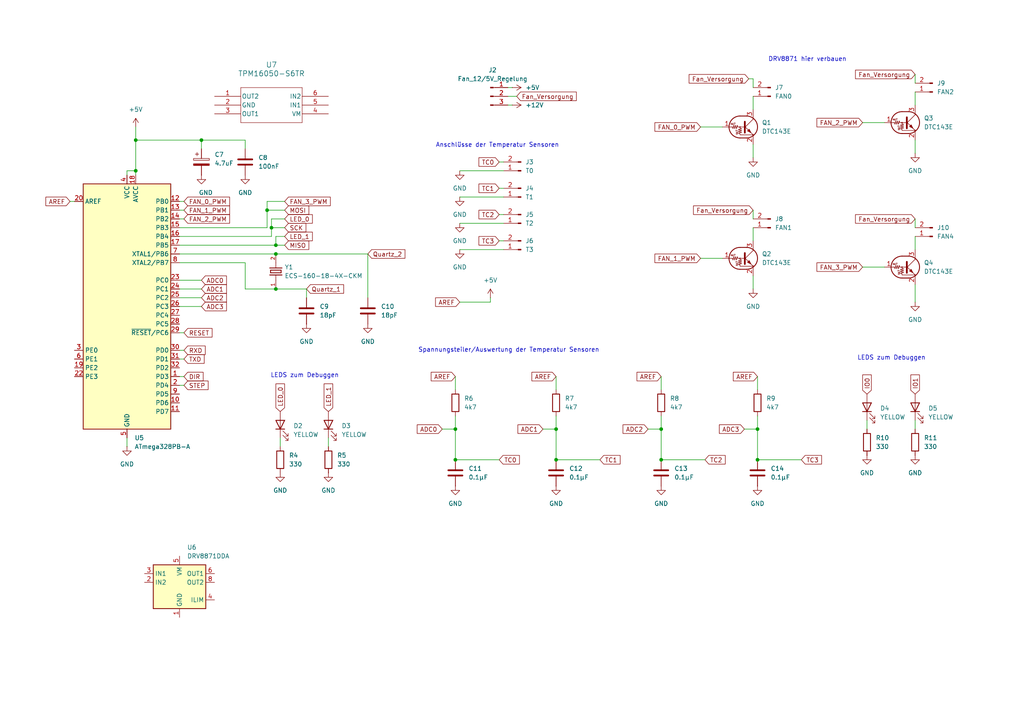
<source format=kicad_sch>
(kicad_sch (version 20231120) (generator "eeschema") (generator_version "8.0")
  (paper "A4")
  (lib_symbols
    (symbol "Connector:Conn_01x02_Male" (pin_names (offset 1.016) hide)
      (property "Reference" "J" (at 0 2.54 0))
      (property "Value" "Conn_01x02_Male" (at 0 -5.08 0))
      (symbol "Conn_01x02_Male_1_1"
        (polyline (pts (xy 1.27 -2.54) (xy 0.8636 -2.54)) (stroke (width 0.1524)))
        (polyline (pts (xy 1.27 0) (xy 0.8636 0)) (stroke (width 0.1524)))
        (rectangle (start 0.8636 -2.413) (end 0 -2.667) (stroke (width 0.1524)) (fill (type outline)))
        (rectangle (start 0.8636 0.127) (end 0 -0.127) (stroke (width 0.1524)) (fill (type outline)))
        (pin passive line (at 5.08 0 180) (length 3.81) (name "Pin_1") (number "1"))
        (pin passive line (at 5.08 -2.54 180) (length 3.81) (name "Pin_2") (number "2"))
      )
    )
    (symbol "Connector:Conn_01x03_Pin" (pin_names (offset 1.016) hide)
      (property "Reference" "J" (at 0 5.08 0))
      (property "Value" "Conn_01x03_Pin" (at 0 -5.08 0))
      (symbol "Conn_01x03_Pin_1_1"
        (polyline (pts (xy 1.27 -2.54) (xy 0.8636 -2.54)) (stroke (width 0.1524)))
        (polyline (pts (xy 1.27 0) (xy 0.8636 0)) (stroke (width 0.1524)))
        (polyline (pts (xy 1.27 2.54) (xy 0.8636 2.54)) (stroke (width 0.1524)))
        (rectangle (start 0.8636 -2.413) (end 0 -2.667) (stroke (width 0.1524)) (fill (type outline)))
        (rectangle (start 0.8636 0.127) (end 0 -0.127) (stroke (width 0.1524)) (fill (type outline)))
        (rectangle (start 0.8636 2.667) (end 0 2.413) (stroke (width 0.1524)) (fill (type outline)))
        (pin passive line (at 5.08 2.54 180) (length 3.81) (name "Pin_1") (number "1"))
        (pin passive line (at 5.08 0 180) (length 3.81) (name "Pin_2") (number "2"))
        (pin passive line (at 5.08 -2.54 180) (length 3.81) (name "Pin_3") (number "3"))
      )
    )
    (symbol "Device:C" (pin_numbers hide) (pin_names (offset 0.254))
      (property "Reference" "C" (at 0.635 2.54 0))
      (property "Value" "C" (at 0.635 -2.54 0))
      (symbol "C_0_1"
        (polyline (pts (xy -2.032 -0.762) (xy 2.032 -0.762)) (stroke (width 0.508)))
        (polyline (pts (xy -2.032 0.762) (xy 2.032 0.762)) (stroke (width 0.508)))
      )
      (symbol "C_1_1"
        (pin passive line (at 0 3.81 270) (length 2.794) (name "~") (number "1"))
        (pin passive line (at 0 -3.81 90) (length 2.794) (name "~") (number "2"))
      )
    )
    (symbol "Device:C_Polarized" (pin_numbers hide) (pin_names (offset 0.254))
      (property "Reference" "C" (at 0.635 2.54 0))
      (property "Value" "C_Polarized" (at 0.635 -2.54 0))
      (symbol "C_Polarized_0_1"
        (rectangle (start -2.286 0.508) (end 2.286 1.016))
        (polyline (pts (xy -1.778 2.286) (xy -0.762 2.286)))
        (polyline (pts (xy -1.27 2.794) (xy -1.27 1.778)))
        (rectangle (start 2.286 -0.508) (end -2.286 -1.016) (fill (type outline)))
      )
      (symbol "C_Polarized_1_1"
        (pin passive line (at 0 3.81 270) (length 2.794) (name "~") (number "1"))
        (pin passive line (at 0 -3.81 90) (length 2.794) (name "~") (number "2"))
      )
    )
    (symbol "Device:LED" (pin_numbers hide) (pin_names (offset 1.016) hide)
      (property "Reference" "D" (at 0 2.54 0))
      (property "Value" "LED" (at 0 -2.54 0))
      (symbol "LED_0_1"
        (polyline (pts (xy -1.27 -1.27) (xy -1.27 1.27)) (stroke (width 0.254)))
        (polyline (pts (xy -1.27 0) (xy 1.27 0)))
        (polyline (pts (xy 1.27 -1.27) (xy 1.27 1.27) (xy -1.27 0) (xy 1.27 -1.27)) (stroke (width 0.254)))
        (polyline (pts (xy -3.048 -0.762) (xy -4.572 -2.286) (xy -3.81 -2.286) (xy -4.572 -2.286) (xy -4.572 -1.524)))
        (polyline (pts (xy -1.778 -0.762) (xy -3.302 -2.286) (xy -2.54 -2.286) (xy -3.302 -2.286) (xy -3.302 -1.524)))
      )
      (symbol "LED_1_1"
        (pin passive line (at -3.81 0 0) (length 2.54) (name "K") (number "1"))
        (pin passive line (at 3.81 0 180) (length 2.54) (name "A") (number "2"))
      )
    )
    (symbol "Device:R" (pin_numbers hide) (pin_names (offset 0))
      (property "Reference" "R" (at 2.032 0 90))
      (property "Value" "R" (at 0 0 90))
      (symbol "R_0_1"
        (rectangle (start -1.016 -2.54) (end 1.016 2.54) (stroke (width 0.254)))
      )
      (symbol "R_1_1"
        (pin passive line (at 0 3.81 270) (length 1.27) (name "~") (number "1"))
        (pin passive line (at 0 -3.81 90) (length 1.27) (name "~") (number "2"))
      )
    )
    (symbol "Driver_Motor:DRV8871DDA"
      (property "Reference" "U" (at -6.35 6.35 0))
      (property "Value" "DRV8871DDA" (at 8.89 6.35 0))
      (symbol "DRV8871DDA_0_1"
        (rectangle (start -7.62 5.08) (end 7.62 -7.62) (stroke (width 0.254)) (fill (type background)))
      )
      (symbol "DRV8871DDA_1_1"
        (pin power_in line (at 0 -10.16 90) (length 2.54) (name "GND") (number "1"))
        (pin input line (at -10.16 0 0) (length 2.54) (name "IN2") (number "2"))
        (pin input line (at -10.16 2.54 0) (length 2.54) (name "IN1") (number "3"))
        (pin passive line (at 10.16 -5.08 180) (length 2.54) (name "ILIM") (number "4"))
        (pin power_in line (at 0 7.62 270) (length 2.54) (name "VM") (number "5"))
        (pin output line (at 10.16 2.54 180) (length 2.54) (name "OUT1") (number "6"))
        (pin passive line (at 0 -10.16 90) (length 2.54) hide (name "GND") (number "7"))
        (pin output line (at 10.16 0 180) (length 2.54) (name "OUT2") (number "8"))
        (pin passive line (at 0 -10.16 90) (length 2.54) hide (name "GND") (number "9"))
      )
    )
    (symbol "Imported_Component_Symbols:TPM16050-S6TR" (pin_names (offset 0.254))
      (property "Reference" "U" (at 0 7.366 0))
      (property "Value" "TPM16050-S6TR" (at 0 4.826 0))
      (symbol "TPM16050-S6TR_0_1"
        (polyline (pts (xy -8.89 -7.62) (xy 8.89 -7.62)) (stroke (width 0.127)))
        (polyline (pts (xy -8.89 2.54) (xy -8.89 -7.62)) (stroke (width 0.127)))
        (polyline (pts (xy 8.89 -7.62) (xy 8.89 2.54)) (stroke (width 0.127)))
        (polyline (pts (xy 8.89 2.54) (xy -8.89 2.54)) (stroke (width 0.127)))
        (pin output line (at -16.51 0 0) (length 7.62) (name "OUT2") (number "1"))
        (pin power_out line (at -16.51 -2.54 0) (length 7.62) (name "GND") (number "2"))
        (pin output line (at -16.51 -5.08 0) (length 7.62) (name "OUT1") (number "3"))
        (pin power_in line (at 16.51 -5.08 180) (length 7.62) (name "VM") (number "4"))
        (pin input line (at 16.51 -2.54 180) (length 7.62) (name "IN1") (number "5"))
        (pin input line (at 16.51 0 180) (length 7.62) (name "IN2") (number "6"))
      )
    )
    (symbol "MCU_Microchip_ATmega:ATmega328PB-A"
      (property "Reference" "U" (at -12.7 36.83 0))
      (property "Value" "ATmega328PB-A" (at 2.54 -36.83 0))
      (symbol "ATmega328PB-A_0_1"
        (rectangle (start -12.7 -35.56) (end 12.7 35.56) (stroke (width 0.254)) (fill (type background)))
      )
      (symbol "ATmega328PB-A_1_1"
        (pin bidirectional line (at 15.24 -20.32 180) (length 2.54) (name "PD3") (number "1"))
        (pin bidirectional line (at 15.24 -27.94 180) (length 2.54) (name "PD6") (number "10"))
        (pin bidirectional line (at 15.24 -30.48 180) (length 2.54) (name "PD7") (number "11"))
        (pin bidirectional line (at 15.24 30.48 180) (length 2.54) (name "PB0") (number "12"))
        (pin bidirectional line (at 15.24 27.94 180) (length 2.54) (name "PB1") (number "13"))
        (pin bidirectional line (at 15.24 25.4 180) (length 2.54) (name "PB2") (number "14"))
        (pin bidirectional line (at 15.24 22.86 180) (length 2.54) (name "PB3") (number "15"))
        (pin bidirectional line (at 15.24 20.32 180) (length 2.54) (name "PB4") (number "16"))
        (pin bidirectional line (at 15.24 17.78 180) (length 2.54) (name "PB5") (number "17"))
        (pin power_in line (at 2.54 38.1 270) (length 2.54) (name "AVCC") (number "18"))
        (pin bidirectional line (at -15.24 -17.78 0) (length 2.54) (name "PE2") (number "19"))
        (pin bidirectional line (at 15.24 -22.86 180) (length 2.54) (name "PD4") (number "2"))
        (pin passive line (at -15.24 30.48 0) (length 2.54) (name "AREF") (number "20"))
        (pin passive line (at 0 -38.1 90) (length 2.54) hide (name "GND") (number "21"))
        (pin bidirectional line (at -15.24 -20.32 0) (length 2.54) (name "PE3") (number "22"))
        (pin bidirectional line (at 15.24 7.62 180) (length 2.54) (name "PC0") (number "23"))
        (pin bidirectional line (at 15.24 5.08 180) (length 2.54) (name "PC1") (number "24"))
        (pin bidirectional line (at 15.24 2.54 180) (length 2.54) (name "PC2") (number "25"))
        (pin bidirectional line (at 15.24 0 180) (length 2.54) (name "PC3") (number "26"))
        (pin bidirectional line (at 15.24 -2.54 180) (length 2.54) (name "PC4") (number "27"))
        (pin bidirectional line (at 15.24 -5.08 180) (length 2.54) (name "PC5") (number "28"))
        (pin bidirectional line (at 15.24 -7.62 180) (length 2.54) (name "~{RESET}/PC6") (number "29"))
        (pin bidirectional line (at -15.24 -12.7 0) (length 2.54) (name "PE0") (number "3"))
        (pin bidirectional line (at 15.24 -12.7 180) (length 2.54) (name "PD0") (number "30"))
        (pin bidirectional line (at 15.24 -15.24 180) (length 2.54) (name "PD1") (number "31"))
        (pin bidirectional line (at 15.24 -17.78 180) (length 2.54) (name "PD2") (number "32"))
        (pin power_in line (at 0 38.1 270) (length 2.54) (name "VCC") (number "4"))
        (pin power_in line (at 0 -38.1 90) (length 2.54) (name "GND") (number "5"))
        (pin bidirectional line (at -15.24 -15.24 0) (length 2.54) (name "PE1") (number "6"))
        (pin bidirectional line (at 15.24 15.24 180) (length 2.54) (name "XTAL1/PB6") (number "7"))
        (pin bidirectional line (at 15.24 12.7 180) (length 2.54) (name "XTAL2/PB7") (number "8"))
        (pin bidirectional line (at 15.24 -25.4 180) (length 2.54) (name "PD5") (number "9"))
      )
    )
    (symbol "New_Library:ECS-160-18-4X-CKM" (pin_names (offset 1.016))
      (property "Reference" "Y" (at -4.5769 2.2885 0))
      (property "Value" "ECS-160-18-4X-CKM" (at -9.906 -4.826 0))
      (symbol "ECS-160-18-4X-CKM_0_0"
        (polyline (pts (xy -2.54 0) (xy -1.016 0)) (stroke (width 0.1524)))
        (polyline (pts (xy -1.016 1.778) (xy -1.016 -1.778)) (stroke (width 0.254)))
        (polyline (pts (xy -0.381 -1.524) (xy 0.381 -1.524)) (stroke (width 0.254)))
        (polyline (pts (xy -0.381 1.524) (xy -0.381 -1.524)) (stroke (width 0.254)))
        (polyline (pts (xy 0.381 -1.524) (xy 0.381 1.524)) (stroke (width 0.254)))
        (polyline (pts (xy 0.381 1.524) (xy -0.381 1.524)) (stroke (width 0.254)))
        (polyline (pts (xy 1.016 0) (xy 2.54 0)) (stroke (width 0.1524)))
        (polyline (pts (xy 1.016 1.778) (xy 1.016 -1.778)) (stroke (width 0.254)))
        (pin passive line (at -5.08 0 0) (length 2.54) (name "~") (number "1"))
        (pin passive line (at 5.08 0 180) (length 2.54) (name "~") (number "2"))
      )
    )
    (symbol "Transistor_BJT:DTC143E" (pin_names (offset 0) hide)
      (property "Reference" "Q" (at 5.08 1.905 0))
      (property "Value" "DTC143E" (at 5.08 0 0))
      (symbol "DTC143E_0_0"
        (text "4k7" (at -3.302 0.889 0) (effects (font (size 0.508 0.508))))
        (text "4k7" (at -2.159 -1.524 900) (effects (font (size 0.508 0.508))))
      )
      (symbol "DTC143E_0_1"
        (circle (center -1.27 0) (radius 0.127))
        (arc (start -1.27 3.175) (mid -4.4312 0) (end -1.27 -3.175) (stroke (width 0.254)))
        (polyline (pts (xy -3.429 0) (xy -3.81 0)))
        (polyline (pts (xy -1.27 -3.175) (xy 0.635 -3.175)) (stroke (width 0.254)))
        (polyline (pts (xy -1.27 3.175) (xy 0.635 3.175)) (stroke (width 0.254)))
        (polyline (pts (xy 0 -0.254) (xy 2.54 2.286)))
        (polyline (pts (xy 0.127 1.524) (xy 0.127 -1.651)) (stroke (width 0.508)) (fill (type outline)))
        (polyline (pts (xy 2.54 2.286) (xy 2.54 2.54)))
        (polyline (pts (xy 2.54 -2.286) (xy 0 0.254) (xy 0 0.254)))
        (polyline (pts (xy 0.889 -1.143) (xy 1.397 -0.635) (xy 1.905 -1.651) (xy 0.889 -1.143)) (fill (type outline)))
        (polyline (pts (xy 0 0) (xy -1.905 0) (xy -2.032 0.508) (xy -2.286 -0.508) (xy -2.54 0.508) (xy -2.794 -0.508) (xy -3.048 0.508) (xy -3.302 -0.508) (xy -3.429 0)))
        (polyline (pts (xy -1.27 0) (xy -1.27 -0.381) (xy -0.762 -0.508) (xy -1.778 -0.762) (xy -0.762 -1.016) (xy -1.778 -1.27) (xy -0.762 -1.524) (xy -1.778 -1.778) (xy -1.27 -1.905) (xy -1.27 -2.286) (xy 2.54 -2.286)))
        (arc (start 0.635 -3.175) (mid 3.7962 0) (end 0.635 3.175) (stroke (width 0.254)))
        (circle (center 2.54 -2.286) (radius 0.127))
      )
      (symbol "DTC143E_1_1"
        (pin input line (at -6.35 0 0) (length 2.54) (name "B") (number "1"))
        (pin passive line (at 2.54 -5.08 90) (length 2.54) (name "E") (number "2"))
        (pin passive line (at 2.54 5.08 270) (length 2.54) (name "C") (number "3"))
      )
    )
    (symbol "power:+12V" (power) (pin_numbers hide) (pin_names (offset 0) hide)
      (property "Value" "+12V" (at 0 3.556 0))
      (symbol "+12V_0_1"
        (polyline (pts (xy -0.762 1.27) (xy 0 2.54)))
        (polyline (pts (xy 0 0) (xy 0 2.54)))
        (polyline (pts (xy 0 2.54) (xy 0.762 1.27)))
      )
      (symbol "+12V_1_1"
        (pin power_in line (at 0 0 90) (length 0) (name "~") (number "1"))
      )
    )
    (symbol "power:+5V" (power) (pin_numbers hide) (pin_names (offset 0) hide)
      (property "Value" "+5V" (at 0 3.556 0))
      (symbol "+5V_0_1"
        (polyline (pts (xy -0.762 1.27) (xy 0 2.54)))
        (polyline (pts (xy 0 0) (xy 0 2.54)))
        (polyline (pts (xy 0 2.54) (xy 0.762 1.27)))
      )
      (symbol "+5V_1_1"
        (pin power_in line (at 0 0 90) (length 0) (name "~") (number "1"))
      )
    )
    (symbol "power:GND" (power) (pin_numbers hide) (pin_names (offset 0) hide)
      (property "Value" "GND" (at 0 -3.81 0))
      (symbol "GND_0_1"
        (polyline (pts (xy 0 0) (xy 0 -1.27) (xy 1.27 -1.27) (xy 0 -2.54) (xy -1.27 -1.27) (xy 0 -1.27)))
      )
      (symbol "GND_1_1"
        (pin power_in line (at 0 0 270) (length 0) (name "~") (number "1"))
      )
    )
  )
  (junction (at 161.29 133.35))
  (junction (at 132.08 133.35))
  (junction (at 78.74 66.04))
  (junction (at 191.77 133.35))
  (junction (at 80.01 73.66))
  (junction (at 161.29 124.46))
  (junction (at 39.37 49.53))
  (junction (at 132.08 124.46))
  (junction (at 80.01 71.12))
  (junction (at 58.42 40.64))
  (junction (at 39.37 40.64))
  (junction (at 191.77 124.46))
  (junction (at 80.01 83.82))
  (junction (at 219.71 124.46))
  (junction (at 219.71 133.35))
  (junction (at 77.47 60.96))
  (wire (pts (xy 218.44 41.91) (xy 218.44 45.72)))
  (wire (pts (xy 77.47 60.96) (xy 77.47 66.04)))
  (wire (pts (xy 132.08 133.35) (xy 132.08 124.46)))
  (wire (pts (xy 265.43 40.64) (xy 265.43 44.45)))
  (wire (pts (xy 52.07 68.58) (xy 78.74 68.58)))
  (wire (pts (xy 52.07 83.82) (xy 58.42 83.82)))
  (wire (pts (xy 58.42 40.64) (xy 58.42 43.18)))
  (wire (pts (xy 161.29 124.46) (xy 157.48 124.46)))
  (wire (pts (xy 80.01 71.12) (xy 80.01 68.58)))
  (wire (pts (xy 36.83 49.53) (xy 36.83 50.8)))
  (wire (pts (xy 265.43 63.5) (xy 265.43 66.04)))
  (wire (pts (xy 142.24 87.63) (xy 142.24 86.36)))
  (wire (pts (xy 133.35 87.63) (xy 142.24 87.63)))
  (wire (pts (xy 219.71 109.22) (xy 219.71 113.03)))
  (wire (pts (xy 265.43 21.59) (xy 265.43 24.13)))
  (wire (pts (xy 81.28 127) (xy 81.28 129.54)))
  (wire (pts (xy 251.46 121.92) (xy 251.46 124.46)))
  (wire (pts (xy 161.29 133.35) (xy 173.99 133.35)))
  (wire (pts (xy 53.34 63.5) (xy 52.07 63.5)))
  (wire (pts (xy 144.78 46.99) (xy 146.05 46.99)))
  (wire (pts (xy 148.59 25.4) (xy 147.32 25.4)))
  (wire (pts (xy 78.74 66.04) (xy 82.55 66.04)))
  (wire (pts (xy 219.71 124.46) (xy 215.9 124.46)))
  (wire (pts (xy 218.44 27.94) (xy 218.44 31.75)))
  (wire (pts (xy 53.34 101.6) (xy 52.07 101.6)))
  (wire (pts (xy 144.78 54.61) (xy 146.05 54.61)))
  (wire (pts (xy 218.44 66.04) (xy 218.44 69.85)))
  (wire (pts (xy 20.32 58.42) (xy 21.59 58.42)))
  (wire (pts (xy 191.77 109.22) (xy 191.77 113.03)))
  (wire (pts (xy 265.43 68.58) (xy 265.43 72.39)))
  (wire (pts (xy 53.34 60.96) (xy 52.07 60.96)))
  (wire (pts (xy 219.71 133.35) (xy 232.41 133.35)))
  (wire (pts (xy 191.77 124.46) (xy 191.77 120.65)))
  (wire (pts (xy 52.07 66.04) (xy 77.47 66.04)))
  (wire (pts (xy 265.43 82.55) (xy 265.43 87.63)))
  (wire (pts (xy 52.07 76.2) (xy 71.12 76.2)))
  (wire (pts (xy 144.78 62.23) (xy 146.05 62.23)))
  (wire (pts (xy 52.07 73.66) (xy 80.01 73.66)))
  (wire (pts (xy 88.9 86.36) (xy 88.9 83.82)))
  (wire (pts (xy 53.34 104.14) (xy 52.07 104.14)))
  (wire (pts (xy 133.35 72.39) (xy 146.05 72.39)))
  (wire (pts (xy 219.71 133.35) (xy 219.71 124.46)))
  (wire (pts (xy 106.68 86.36) (xy 106.68 73.66)))
  (wire (pts (xy 71.12 43.18) (xy 71.12 40.64)))
  (wire (pts (xy 218.44 80.01) (xy 218.44 83.82)))
  (wire (pts (xy 218.44 22.86) (xy 218.44 25.4)))
  (wire (pts (xy 106.68 73.66) (xy 80.01 73.66)))
  (wire (pts (xy 53.34 58.42) (xy 52.07 58.42)))
  (wire (pts (xy 52.07 109.22) (xy 53.34 109.22)))
  (wire (pts (xy 250.19 77.47) (xy 256.54 77.47)))
  (wire (pts (xy 88.9 83.82) (xy 80.01 83.82)))
  (wire (pts (xy 265.43 121.92) (xy 265.43 124.46)))
  (wire (pts (xy 39.37 50.8) (xy 39.37 49.53)))
  (wire (pts (xy 36.83 127) (xy 36.83 129.54)))
  (wire (pts (xy 265.43 26.67) (xy 265.43 30.48)))
  (wire (pts (xy 148.59 30.48) (xy 147.32 30.48)))
  (wire (pts (xy 250.19 35.56) (xy 256.54 35.56)))
  (wire (pts (xy 95.25 127) (xy 95.25 129.54)))
  (wire (pts (xy 161.29 133.35) (xy 161.29 124.46)))
  (wire (pts (xy 191.77 133.35) (xy 191.77 124.46)))
  (wire (pts (xy 80.01 68.58) (xy 82.55 68.58)))
  (wire (pts (xy 133.35 49.53) (xy 146.05 49.53)))
  (wire (pts (xy 82.55 58.42) (xy 77.47 58.42)))
  (wire (pts (xy 71.12 76.2) (xy 71.12 83.82)))
  (wire (pts (xy 39.37 40.64) (xy 58.42 40.64)))
  (wire (pts (xy 71.12 40.64) (xy 58.42 40.64)))
  (wire (pts (xy 144.78 69.85) (xy 146.05 69.85)))
  (wire (pts (xy 161.29 109.22) (xy 161.29 113.03)))
  (wire (pts (xy 149.86 27.94) (xy 147.32 27.94)))
  (wire (pts (xy 191.77 133.35) (xy 204.47 133.35)))
  (wire (pts (xy 218.44 60.96) (xy 218.44 63.5)))
  (wire (pts (xy 71.12 83.82) (xy 80.01 83.82)))
  (wire (pts (xy 80.01 71.12) (xy 82.55 71.12)))
  (wire (pts (xy 53.34 96.52) (xy 52.07 96.52)))
  (wire (pts (xy 52.07 88.9) (xy 58.42 88.9)))
  (wire (pts (xy 39.37 49.53) (xy 36.83 49.53)))
  (wire (pts (xy 52.07 111.76) (xy 53.34 111.76)))
  (wire (pts (xy 52.07 81.28) (xy 58.42 81.28)))
  (wire (pts (xy 52.07 86.36) (xy 58.42 86.36)))
  (wire (pts (xy 133.35 57.15) (xy 146.05 57.15)))
  (wire (pts (xy 133.35 64.77) (xy 146.05 64.77)))
  (wire (pts (xy 77.47 58.42) (xy 77.47 60.96)))
  (wire (pts (xy 203.2 36.83) (xy 209.55 36.83)))
  (wire (pts (xy 161.29 120.65) (xy 161.29 124.46)))
  (wire (pts (xy 78.74 63.5) (xy 78.74 66.04)))
  (wire (pts (xy 132.08 120.65) (xy 132.08 124.46)))
  (wire (pts (xy 39.37 49.53) (xy 39.37 40.64)))
  (wire (pts (xy 219.71 120.65) (xy 219.71 124.46)))
  (wire (pts (xy 52.07 71.12) (xy 80.01 71.12)))
  (wire (pts (xy 203.2 74.93) (xy 209.55 74.93)))
  (wire (pts (xy 39.37 36.83) (xy 39.37 40.64)))
  (wire (pts (xy 217.17 22.86) (xy 218.44 22.86)))
  (wire (pts (xy 132.08 124.46) (xy 128.27 124.46)))
  (wire (pts (xy 191.77 124.46) (xy 187.96 124.46)))
  (wire (pts (xy 77.47 60.96) (xy 82.55 60.96)))
  (wire (pts (xy 82.55 63.5) (xy 78.74 63.5)))
  (wire (pts (xy 132.08 109.22) (xy 132.08 113.03)))
  (wire (pts (xy 78.74 66.04) (xy 78.74 68.58)))
  (wire (pts (xy 132.08 133.35) (xy 144.78 133.35)))
  (text "DRV8871 hier verbauen\n" (at 234.188 17.272 0) (effects (font (size 1.27 1.27))))
  (text "Spannungsteiler/Auswertung der Temperatur Sensoren\n" (at 147.574 101.6 0) (effects (font (size 1.27 1.27))))
  (text "LEDS zum Debuggen" (at 88.392 108.966 0) (effects (font (size 1.27 1.27))))
  (text "LEDS zum Debuggen" (at 258.572 103.886 0) (effects (font (size 1.27 1.27))))
  (text "Anschlüsse der Temperatur Sensoren\n" (at 144.272 42.164 0) (effects (font (size 1.27 1.27))))
  (global_label "RESET" (shape input) (at 53.34 96.52 0) (property "Intersheetrefs" "${INTERSHEET_REFS}" (effects (hide yes))))
  (global_label "TC0" (shape input) (at 144.78 46.99 180) (property "Intersheetrefs" "${INTERSHEET_REFS}" (effects (hide yes))))
  (global_label "FAN_3_PWM" (shape input) (at 250.19 77.47 180) (property "Intersheetrefs" "${INTERSHEET_REFS}" (effects (hide yes))))
  (global_label "MOSI" (shape input) (at 82.55 60.96 0) (property "Intersheetrefs" "${INTERSHEET_REFS}" (effects (hide yes))))
  (global_label "FAN_1_PWM" (shape input) (at 53.34 60.96 0) (property "Intersheetrefs" "${INTERSHEET_REFS}" (effects (hide yes))))
  (global_label "ADC0" (shape input) (at 128.27 124.46 180) (property "Intersheetrefs" "${INTERSHEET_REFS}" (effects (hide yes))))
  (global_label "AREF" (shape input) (at 219.71 109.22 180) (property "Intersheetrefs" "${INTERSHEET_REFS}" (effects (hide yes))))
  (global_label "LED_1" (shape input) (at 95.25 119.38 90) (property "Intersheetrefs" "${INTERSHEET_REFS}" (effects (hide yes))))
  (global_label "ADC1" (shape input) (at 58.42 83.82 0) (property "Intersheetrefs" "${INTERSHEET_REFS}" (effects (hide yes))))
  (global_label "Fan_Versorgung" (shape input) (at 265.43 63.5 180) (property "Intersheetrefs" "${INTERSHEET_REFS}" (effects (hide yes))))
  (global_label "TC3" (shape input) (at 232.41 133.35 0) (property "Intersheetrefs" "${INTERSHEET_REFS}" (effects (hide yes))))
  (global_label "IO0" (shape input) (at 251.46 114.3 90) (property "Intersheetrefs" "${INTERSHEET_REFS}" (effects (hide yes))))
  (global_label "Fan_Versorgung" (shape input) (at 265.43 21.59 180) (property "Intersheetrefs" "${INTERSHEET_REFS}" (effects (hide yes))))
  (global_label "TC2" (shape input) (at 204.47 133.35 0) (property "Intersheetrefs" "${INTERSHEET_REFS}" (effects (hide yes))))
  (global_label "ADC3" (shape input) (at 58.42 88.9 0) (property "Intersheetrefs" "${INTERSHEET_REFS}" (effects (hide yes))))
  (global_label "ADC2" (shape input) (at 58.42 86.36 0) (property "Intersheetrefs" "${INTERSHEET_REFS}" (effects (hide yes))))
  (global_label "FAN_2_PWM" (shape input) (at 53.34 63.5 0) (property "Intersheetrefs" "${INTERSHEET_REFS}" (effects (hide yes))))
  (global_label "STEP" (shape input) (at 53.34 111.76 0) (property "Intersheetrefs" "${INTERSHEET_REFS}" (effects (hide yes))))
  (global_label "TC1" (shape input) (at 144.78 54.61 180) (property "Intersheetrefs" "${INTERSHEET_REFS}" (effects (hide yes))))
  (global_label "TC3" (shape input) (at 144.78 69.85 180) (property "Intersheetrefs" "${INTERSHEET_REFS}" (effects (hide yes))))
  (global_label "RXD" (shape input) (at 53.34 101.6 0) (property "Intersheetrefs" "${INTERSHEET_REFS}" (effects (hide yes))))
  (global_label "LED_0" (shape input) (at 82.55 63.5 0) (property "Intersheetrefs" "${INTERSHEET_REFS}" (effects (hide yes))))
  (global_label "AREF" (shape input) (at 20.32 58.42 180) (property "Intersheetrefs" "${INTERSHEET_REFS}" (effects (hide yes))))
  (global_label "FAN_3_PWM" (shape input) (at 82.55 58.42 0) (property "Intersheetrefs" "${INTERSHEET_REFS}" (effects (hide yes))))
  (global_label "TC2" (shape input) (at 144.78 62.23 180) (property "Intersheetrefs" "${INTERSHEET_REFS}" (effects (hide yes))))
  (global_label "AREF" (shape input) (at 191.77 109.22 180) (property "Intersheetrefs" "${INTERSHEET_REFS}" (effects (hide yes))))
  (global_label "ADC0" (shape input) (at 58.42 81.28 0) (property "Intersheetrefs" "${INTERSHEET_REFS}" (effects (hide yes))))
  (global_label "Fan_Versorgung" (shape input) (at 217.17 22.86 180) (property "Intersheetrefs" "${INTERSHEET_REFS}" (effects (hide yes))))
  (global_label "Fan_Versorgung" (shape input) (at 218.44 60.96 180) (property "Intersheetrefs" "${INTERSHEET_REFS}" (effects (hide yes))))
  (global_label "ADC2" (shape input) (at 187.96 124.46 180) (property "Intersheetrefs" "${INTERSHEET_REFS}" (effects (hide yes))))
  (global_label "TXD" (shape input) (at 53.34 104.14 0) (property "Intersheetrefs" "${INTERSHEET_REFS}" (effects (hide yes))))
  (global_label "AREF" (shape input) (at 132.08 109.22 180) (property "Intersheetrefs" "${INTERSHEET_REFS}" (effects (hide yes))))
  (global_label "IO1" (shape input) (at 265.43 114.3 90) (property "Intersheetrefs" "${INTERSHEET_REFS}" (effects (hide yes))))
  (global_label "AREF" (shape input) (at 133.35 87.63 180) (property "Intersheetrefs" "${INTERSHEET_REFS}" (effects (hide yes))))
  (global_label "FAN_0_PWM" (shape input) (at 53.34 58.42 0) (property "Intersheetrefs" "${INTERSHEET_REFS}" (effects (hide yes))))
  (global_label "TC1" (shape input) (at 173.99 133.35 0) (property "Intersheetrefs" "${INTERSHEET_REFS}" (effects (hide yes))))
  (global_label "LED_1" (shape input) (at 82.55 68.58 0) (property "Intersheetrefs" "${INTERSHEET_REFS}" (effects (hide yes))))
  (global_label "DIR" (shape input) (at 53.34 109.22 0) (property "Intersheetrefs" "${INTERSHEET_REFS}" (effects (hide yes))))
  (global_label "FAN_0_PWM" (shape input) (at 203.2 36.83 180) (property "Intersheetrefs" "${INTERSHEET_REFS}" (effects (hide yes))))
  (global_label "FAN_2_PWM" (shape input) (at 250.19 35.56 180) (property "Intersheetrefs" "${INTERSHEET_REFS}" (effects (hide yes))))
  (global_label "ADC3" (shape input) (at 215.9 124.46 180) (property "Intersheetrefs" "${INTERSHEET_REFS}" (effects (hide yes))))
  (global_label "Quartz_1" (shape input) (at 88.9 83.82 0) (property "Intersheetrefs" "${INTERSHEET_REFS}" (effects (hide yes))))
  (global_label "FAN_1_PWM" (shape input) (at 203.2 74.93 180) (property "Intersheetrefs" "${INTERSHEET_REFS}" (effects (hide yes))))
  (global_label "SCK" (shape input) (at 82.55 66.04 0) (property "Intersheetrefs" "${INTERSHEET_REFS}" (effects (hide yes))))
  (global_label "MISO" (shape input) (at 82.55 71.12 0) (property "Intersheetrefs" "${INTERSHEET_REFS}" (effects (hide yes))))
  (global_label "TC0" (shape input) (at 144.78 133.35 0) (property "Intersheetrefs" "${INTERSHEET_REFS}" (effects (hide yes))))
  (global_label "Fan_Versorgung" (shape input) (at 149.86 27.94 0) (property "Intersheetrefs" "${INTERSHEET_REFS}" (effects (hide yes))))
  (global_label "Quartz_2" (shape input) (at 106.68 73.66 0) (property "Intersheetrefs" "${INTERSHEET_REFS}" (effects (hide yes))))
  (global_label "ADC1" (shape input) (at 157.48 124.46 180) (property "Intersheetrefs" "${INTERSHEET_REFS}" (effects (hide yes))))
  (global_label "AREF" (shape input) (at 161.29 109.22 180) (property "Intersheetrefs" "${INTERSHEET_REFS}" (effects (hide yes))))
  (global_label "LED_0" (shape input) (at 81.28 119.38 90) (property "Intersheetrefs" "${INTERSHEET_REFS}" (effects (hide yes))))
  (symbol (lib_id "power:GND") (at 133.35 64.77 0) (unit 1)
    (property "Reference" "#PWR019" (effects (hide yes)))
    (property "Value" "GND" (at 133.35 69.85 0))
    (property "Description" "Power symbol creates a global label with name \"GND\" , ground" (effects (hide yes)))
  )
  (symbol (lib_id "Connector:Conn_01x03_Pin") (at 142.24 27.94 0) (unit 1)
    (property "Reference" "J2" (at 142.875 20.32 0))
    (property "Value" "Fan_12/5V_Regelung" (at 142.875 22.86 0))
    (property "Footprint" "Connector_PinHeader_2.54mm:PinHeader_1x03_P2.54mm_Horizontal" (effects (hide yes)))
    (property "Description" "Generic connector, single row, 01x03, script generated" (effects (hide yes)))
  )
  (symbol (lib_id "Device:LED") (at 251.46 118.11 90) (unit 1)
    (property "Reference" "D4" (at 255.27 118.4274 90) (effects (justify right)))
    (property "Value" "YELLOW" (at 255.27 120.9674 90) (effects (justify right)))
    (property "Footprint" "LED_SMD:LED_0805_2012Metric" (effects (hide yes)))
    (property "Description" "Light emitting diode" (effects (hide yes)))
  )
  (symbol (lib_id "power:GND") (at 219.71 140.97 0) (unit 1)
    (property "Reference" "#PWR028" (effects (hide yes)))
    (property "Value" "GND" (at 219.71 146.05 0))
    (property "Description" "Power symbol creates a global label with name \"GND\" , ground" (effects (hide yes)))
  )
  (symbol (lib_id "Connector:Conn_01x02_Male") (at 151.13 72.39 180) (unit 1)
    (property "Reference" "J6" (at 152.4 69.8499 0) (effects (justify right)))
    (property "Value" "T3" (at 152.4 72.3899 0) (effects (justify right)))
    (property "Footprint" "Connector_PinHeader_2.54mm:PinHeader_1x02_P2.54mm_Horizontal" (effects (hide yes)))
    (property "Description" "Generic connector, single row, 01x02, script generated (kicad-library-utils/schlib/autogen/connector/)" (effects (hide yes)))
  )
  (symbol (lib_id "power:GND") (at 265.43 87.63 0) (unit 1)
    (property "Reference" "#PWR031" (effects (hide yes)))
    (property "Value" "GND" (at 265.43 92.71 0))
    (property "Description" "Power symbol creates a global label with name \"GND\" , ground" (effects (hide yes)))
  )
  (symbol (lib_id "Transistor_BJT:DTC143E") (at 262.89 77.47 0) (unit 1)
    (property "Reference" "Q4" (at 267.97 76.1999 0) (effects (justify left)))
    (property "Value" "DTC143E" (at 267.97 78.7399 0) (effects (justify left)))
    (property "Footprint" "Package_TO_SOT_SMD:SOT-723" (effects (hide yes)))
    (property "Description" "Digital NPN Transistor, 4k7/4k7, SOT-23" (effects (hide yes)))
  )
  (symbol (lib_id "power:GND") (at 218.44 83.82 0) (unit 1)
    (property "Reference" "#PWR027" (effects (hide yes)))
    (property "Value" "GND" (at 218.44 88.9 0))
    (property "Description" "Power symbol creates a global label with name \"GND\" , ground" (effects (hide yes)))
  )
  (symbol (lib_id "Device:R") (at 95.25 133.35 0) (unit 1)
    (property "Reference" "R5" (at 97.79 132.0799 0) (effects (justify left)))
    (property "Value" "330" (at 97.79 134.6199 0) (effects (justify left)))
    (property "Footprint" "Resistor_SMD:R_0402_1005Metric" (effects (hide yes)))
    (property "Description" "Resistor" (effects (hide yes)))
  )
  (symbol (lib_id "power:+5V") (at 142.24 86.36 0) (unit 1)
    (property "Reference" "#PWR021" (effects (hide yes)))
    (property "Value" "+5V" (at 142.24 81.28 0))
    (property "Description" "Power symbol creates a global label with name \"+5V\"" (effects (hide yes)))
  )
  (symbol (lib_id "power:GND") (at 106.68 93.98 0) (unit 1)
    (property "Reference" "#PWR015" (effects (hide yes)))
    (property "Value" "GND" (at 106.68 99.06 0))
    (property "Description" "Power symbol creates a global label with name \"GND\" , ground" (effects (hide yes)))
  )
  (symbol (lib_id "power:GND") (at 88.9 93.98 0) (unit 1)
    (property "Reference" "#PWR013" (effects (hide yes)))
    (property "Value" "GND" (at 88.9 99.06 0))
    (property "Description" "Power symbol creates a global label with name \"GND\" , ground" (effects (hide yes)))
  )
  (symbol (lib_id "Device:C") (at 88.9 90.17 0) (unit 1)
    (property "Reference" "C9" (at 92.71 88.8999 0) (effects (justify left)))
    (property "Value" "18pF" (at 92.71 91.4399 0) (effects (justify left)))
    (property "Description" "Unpolarized capacitor" (effects (hide yes)))
  )
  (symbol (lib_id "Connector:Conn_01x02_Male") (at 151.13 57.15 180) (unit 1)
    (property "Reference" "J4" (at 152.4 54.6099 0) (effects (justify right)))
    (property "Value" "T1" (at 152.4 57.1499 0) (effects (justify right)))
    (property "Footprint" "Connector_PinHeader_2.54mm:PinHeader_1x02_P2.54mm_Horizontal" (effects (hide yes)))
    (property "Description" "Generic connector, single row, 01x02, script generated (kicad-library-utils/schlib/autogen/connector/)" (effects (hide yes)))
  )
  (symbol (lib_id "power:GND") (at 36.83 129.54 0) (unit 1)
    (property "Reference" "#PWR08" (effects (hide yes)))
    (property "Value" "GND" (at 36.83 134.62 0))
    (property "Description" "Power symbol creates a global label with name \"GND\" , ground" (effects (hide yes)))
  )
  (symbol (lib_id "Device:R") (at 161.29 116.84 0) (unit 1)
    (property "Reference" "R7" (at 163.83 115.5699 0) (effects (justify left)))
    (property "Value" "4k7" (at 163.83 118.1099 0) (effects (justify left)))
    (property "Footprint" "Resistor_SMD:R_0402_1005Metric" (effects (hide yes)))
    (property "Description" "Resistor" (effects (hide yes)))
  )
  (symbol (lib_id "Connector:Conn_01x02_Male") (at 223.52 27.94 180) (unit 1)
    (property "Reference" "J7" (at 224.79 25.3999 0) (effects (justify right)))
    (property "Value" "FAN0" (at 224.79 27.9399 0) (effects (justify right)))
    (property "Footprint" "Connector_PinHeader_2.54mm:PinHeader_1x02_P2.54mm_Horizontal" (effects (hide yes)))
    (property "Description" "Generic connector, single row, 01x02, script generated (kicad-library-utils/schlib/autogen/connector/)" (effects (hide yes)))
  )
  (symbol (lib_id "Device:LED") (at 265.43 118.11 90) (unit 1)
    (property "Reference" "D5" (at 269.24 118.4274 90) (effects (justify right)))
    (property "Value" "YELLOW" (at 269.24 120.9674 90) (effects (justify right)))
    (property "Footprint" "LED_SMD:LED_0805_2012Metric" (effects (hide yes)))
    (property "Description" "Light emitting diode" (effects (hide yes)))
  )
  (symbol (lib_id "Device:C") (at 161.29 137.16 0) (unit 1)
    (property "Reference" "C12" (at 165.1 135.8899 0) (effects (justify left)))
    (property "Value" "0.1µF" (at 165.1 138.4299 0) (effects (justify left)))
    (property "Footprint" "Capacitor_SMD:C_0402_1005Metric" (effects (hide yes)))
    (property "Description" "Unpolarized capacitor" (effects (hide yes)))
  )
  (symbol (lib_id "power:GND") (at 81.28 137.16 0) (unit 1)
    (property "Reference" "#PWR012" (effects (hide yes)))
    (property "Value" "GND" (at 81.28 142.24 0))
    (property "Description" "Power symbol creates a global label with name \"GND\" , ground" (effects (hide yes)))
  )
  (symbol (lib_id "power:+5V") (at 148.59 25.4 270) (unit 1)
    (property "Reference" "#PWR022" (effects (hide yes)))
    (property "Value" "+5V" (at 152.4 25.3999 90) (effects (justify left)))
    (property "Description" "Power symbol creates a global label with name \"+5V\"" (effects (hide yes)))
  )
  (symbol (lib_id "Device:R") (at 191.77 116.84 0) (unit 1)
    (property "Reference" "R8" (at 194.31 115.5699 0) (effects (justify left)))
    (property "Value" "4k7" (at 194.31 118.1099 0) (effects (justify left)))
    (property "Footprint" "Resistor_SMD:R_0402_1005Metric" (effects (hide yes)))
    (property "Description" "Resistor" (effects (hide yes)))
  )
  (symbol (lib_id "power:+5V") (at 39.37 36.83 0) (unit 1)
    (property "Reference" "#PWR09" (effects (hide yes)))
    (property "Value" "+5V" (at 39.37 31.75 0))
    (property "Description" "Power symbol creates a global label with name \"+5V\"" (effects (hide yes)))
  )
  (symbol (lib_id "New_Library:ECS-160-18-4X-CKM") (at 80.01 78.74 90) (unit 1)
    (property "Reference" "Y1" (at 82.55 77.4699 90) (effects (justify right)))
    (property "Value" "ECS-160-18-4X-CKM" (at 82.55 80.0099 90) (effects (justify right)))
    (property "Footprint" "ECS-160-18-4X-CKM:XTAL_ECS-160-18-4X-CKM" (effects (hide yes)))
  )
  (symbol (lib_id "Connector:Conn_01x02_Male") (at 270.51 68.58 180) (unit 1)
    (property "Reference" "J10" (at 271.78 66.0399 0) (effects (justify right)))
    (property "Value" "FAN4" (at 271.78 68.5799 0) (effects (justify right)))
    (property "Footprint" "Connector_PinHeader_2.54mm:PinHeader_1x02_P2.54mm_Horizontal" (effects (hide yes)))
    (property "Description" "Generic connector, single row, 01x02, script generated (kicad-library-utils/schlib/autogen/connector/)" (effects (hide yes)))
  )
  (symbol (lib_id "power:GND") (at 265.43 132.08 0) (unit 1)
    (property "Reference" "#PWR032" (effects (hide yes)))
    (property "Value" "GND" (at 265.43 137.16 0))
    (property "Description" "Power symbol creates a global label with name \"GND\" , ground" (effects (hide yes)))
  )
  (symbol (lib_id "Device:R") (at 81.28 133.35 0) (unit 1)
    (property "Reference" "R4" (at 83.82 132.0799 0) (effects (justify left)))
    (property "Value" "330" (at 83.82 134.6199 0) (effects (justify left)))
    (property "Footprint" "Resistor_SMD:R_0402_1005Metric" (effects (hide yes)))
    (property "Description" "Resistor" (effects (hide yes)))
  )
  (symbol (lib_id "Connector:Conn_01x02_Male") (at 151.13 64.77 180) (unit 1)
    (property "Reference" "J5" (at 152.4 62.2299 0) (effects (justify right)))
    (property "Value" "T2" (at 152.4 64.7699 0) (effects (justify right)))
    (property "Footprint" "Connector_PinHeader_2.54mm:PinHeader_1x02_P2.54mm_Horizontal" (effects (hide yes)))
    (property "Description" "Generic connector, single row, 01x02, script generated (kicad-library-utils/schlib/autogen/connector/)" (effects (hide yes)))
  )
  (symbol (lib_id "Device:R") (at 219.71 116.84 0) (unit 1)
    (property "Reference" "R9" (at 222.25 115.5699 0) (effects (justify left)))
    (property "Value" "4k7" (at 222.25 118.1099 0) (effects (justify left)))
    (property "Footprint" "Resistor_SMD:R_0402_1005Metric" (effects (hide yes)))
    (property "Description" "Resistor" (effects (hide yes)))
  )
  (symbol (lib_id "Imported_Component_Symbols:TPM16050-S6TR") (at 78.74 27.94 0) (unit 1)
    (property "Reference" "U7" (at 78.74 18.796 0) (effects (font (size 1.524 1.524))))
    (property "Value" "TPM16050-S6TR" (at 78.74 21.336 0) (effects (font (size 1.524 1.524))))
    (property "Footprint" "Imported_Component_Footprints:TPM16050_S6TR" (effects (hide yes)))
    (property "Datasheet" "TPM16050-S6TR" (effects (hide yes)))
  )
  (symbol (lib_id "Device:R") (at 251.46 128.27 0) (unit 1)
    (property "Reference" "R10" (at 254 126.9999 0) (effects (justify left)))
    (property "Value" "330" (at 254 129.5399 0) (effects (justify left)))
    (property "Footprint" "Resistor_SMD:R_0402_1005Metric" (effects (hide yes)))
    (property "Description" "Resistor" (effects (hide yes)))
  )
  (symbol (lib_id "power:GND") (at 132.08 140.97 0) (unit 1)
    (property "Reference" "#PWR016" (effects (hide yes)))
    (property "Value" "GND" (at 132.08 146.05 0))
    (property "Description" "Power symbol creates a global label with name \"GND\" , ground" (effects (hide yes)))
  )
  (symbol (lib_id "Driver_Motor:DRV8871DDA") (at 52.07 168.91 0) (unit 1)
    (property "Reference" "U6" (at 54.2641 158.75 0) (effects (justify left)))
    (property "Value" "DRV8871DDA" (at 54.2641 161.29 0) (effects (justify left)))
    (property "Footprint" "Package_SO:Texas_HTSOP-8-1EP_3.9x4.9mm_P1.27mm_EP2.95x4.9mm_Mask2.4x3.1mm_ThermalVias" (effects (hide yes)))
    (property "Datasheet" "http://www.ti.com/lit/ds/symlink/drv8871.pdf" (effects (hide yes)))
    (property "Description" "Brushed DC Motor Driver, PWM Control, 45V, 3.6A, Current limiting, HTSOP-8" (effects (hide yes)))
  )
  (symbol (lib_id "power:GND") (at 133.35 49.53 0) (unit 1)
    (property "Reference" "#PWR017" (effects (hide yes)))
    (property "Value" "GND" (at 133.35 54.61 0))
    (property "Description" "Power symbol creates a global label with name \"GND\" , ground" (effects (hide yes)))
  )
  (symbol (lib_id "MCU_Microchip_ATmega:ATmega328PB-A") (at 36.83 88.9 0) (unit 1)
    (property "Reference" "U5" (at 39.0241 127 0) (effects (justify left)))
    (property "Value" "ATmega328PB-A" (at 39.0241 129.54 0) (effects (justify left)))
    (property "Footprint" "Package_QFP:TQFP-32_7x7mm_P0.8mm" (effects (hide yes)))
    (property "Datasheet" "http://ww1.microchip.com/downloads/en/DeviceDoc/40001906C.pdf" (effects (hide yes)))
    (property "Description" "20MHz, 32kB Flash, 2kB SRAM, 1kB EEPROM, TQFP-32" (effects (hide yes)))
  )
  (symbol (lib_id "Device:C") (at 132.08 137.16 0) (unit 1)
    (property "Reference" "C11" (at 135.89 135.8899 0) (effects (justify left)))
    (property "Value" "0.1µF" (at 135.89 138.4299 0) (effects (justify left)))
    (property "Footprint" "Capacitor_SMD:C_0402_1005Metric" (effects (hide yes)))
    (property "Description" "Unpolarized capacitor" (effects (hide yes)))
  )
  (symbol (lib_id "Device:C") (at 191.77 137.16 0) (unit 1)
    (property "Reference" "C13" (at 195.58 135.8899 0) (effects (justify left)))
    (property "Value" "0.1µF" (at 195.58 138.4299 0) (effects (justify left)))
    (property "Footprint" "Capacitor_SMD:C_0402_1005Metric" (effects (hide yes)))
    (property "Description" "Unpolarized capacitor" (effects (hide yes)))
  )
  (symbol (lib_id "Connector:Conn_01x02_Male") (at 151.13 49.53 180) (unit 1)
    (property "Reference" "J3" (at 152.4 46.9899 0) (effects (justify right)))
    (property "Value" "T0" (at 152.4 49.5299 0) (effects (justify right)))
    (property "Footprint" "Connector_PinHeader_2.54mm:PinHeader_1x02_P2.54mm_Horizontal" (effects (hide yes)))
    (property "Description" "Generic connector, single row, 01x02, script generated (kicad-library-utils/schlib/autogen/connector/)" (effects (hide yes)))
  )
  (symbol (lib_id "Device:C") (at 219.71 137.16 0) (unit 1)
    (property "Reference" "C14" (at 223.52 135.8899 0) (effects (justify left)))
    (property "Value" "0.1µF" (at 223.52 138.4299 0) (effects (justify left)))
    (property "Footprint" "Capacitor_SMD:C_0402_1005Metric" (effects (hide yes)))
    (property "Description" "Unpolarized capacitor" (effects (hide yes)))
  )
  (symbol (lib_id "power:GND") (at 95.25 137.16 0) (unit 1)
    (property "Reference" "#PWR014" (effects (hide yes)))
    (property "Value" "GND" (at 95.25 142.24 0))
    (property "Description" "Power symbol creates a global label with name \"GND\" , ground" (effects (hide yes)))
  )
  (symbol (lib_id "power:GND") (at 161.29 140.97 0) (unit 1)
    (property "Reference" "#PWR024" (effects (hide yes)))
    (property "Value" "GND" (at 161.29 146.05 0))
    (property "Description" "Power symbol creates a global label with name \"GND\" , ground" (effects (hide yes)))
  )
  (symbol (lib_id "power:GND") (at 218.44 45.72 0) (unit 1)
    (property "Reference" "#PWR026" (effects (hide yes)))
    (property "Value" "GND" (at 218.44 50.8 0))
    (property "Description" "Power symbol creates a global label with name \"GND\" , ground" (effects (hide yes)))
  )
  (symbol (lib_id "Transistor_BJT:DTC143E") (at 262.89 35.56 0) (unit 1)
    (property "Reference" "Q3" (at 267.97 34.2899 0) (effects (justify left)))
    (property "Value" "DTC143E" (at 267.97 36.8299 0) (effects (justify left)))
    (property "Footprint" "Package_TO_SOT_SMD:SOT-723" (effects (hide yes)))
    (property "Description" "Digital NPN Transistor, 4k7/4k7, SOT-23" (effects (hide yes)))
  )
  (symbol (lib_id "power:GND") (at 191.77 140.97 0) (unit 1)
    (property "Reference" "#PWR025" (effects (hide yes)))
    (property "Value" "GND" (at 191.77 146.05 0))
    (property "Description" "Power symbol creates a global label with name \"GND\" , ground" (effects (hide yes)))
  )
  (symbol (lib_id "Connector:Conn_01x02_Male") (at 270.51 26.67 180) (unit 1)
    (property "Reference" "J9" (at 271.78 24.1299 0) (effects (justify right)))
    (property "Value" "FAN2" (at 271.78 26.6699 0) (effects (justify right)))
    (property "Footprint" "Connector_PinHeader_2.54mm:PinHeader_1x02_P2.54mm_Horizontal" (effects (hide yes)))
    (property "Description" "Generic connector, single row, 01x02, script generated (kicad-library-utils/schlib/autogen/connector/)" (effects (hide yes)))
  )
  (symbol (lib_id "Device:R") (at 132.08 116.84 0) (unit 1)
    (property "Reference" "R6" (at 134.62 115.5699 0) (effects (justify left)))
    (property "Value" "4k7" (at 134.62 118.1099 0) (effects (justify left)))
    (property "Footprint" "Resistor_SMD:R_0402_1005Metric" (effects (hide yes)))
    (property "Description" "Resistor" (effects (hide yes)))
  )
  (symbol (lib_id "Device:C") (at 71.12 46.99 0) (unit 1)
    (property "Reference" "C8" (at 74.93 45.7199 0) (effects (justify left)))
    (property "Value" "100nF" (at 74.93 48.2599 0) (effects (justify left)))
    (property "Description" "Unpolarized capacitor" (effects (hide yes)))
  )
  (symbol (lib_id "Device:R") (at 265.43 128.27 0) (unit 1)
    (property "Reference" "R11" (at 267.97 126.9999 0) (effects (justify left)))
    (property "Value" "330" (at 267.97 129.5399 0) (effects (justify left)))
    (property "Footprint" "Resistor_SMD:R_0402_1005Metric" (effects (hide yes)))
    (property "Description" "Resistor" (effects (hide yes)))
  )
  (symbol (lib_id "Transistor_BJT:DTC143E") (at 215.9 36.83 0) (unit 1)
    (property "Reference" "Q1" (at 220.98 35.5599 0) (effects (justify left)))
    (property "Value" "DTC143E" (at 220.98 38.0999 0) (effects (justify left)))
    (property "Footprint" "Package_TO_SOT_SMD:SOT-723" (effects (hide yes)))
    (property "Description" "Digital NPN Transistor, 4k7/4k7, SOT-23" (effects (hide yes)))
  )
  (symbol (lib_id "power:GND") (at 71.12 50.8 0) (unit 1)
    (property "Reference" "#PWR011" (effects (hide yes)))
    (property "Value" "GND" (at 71.12 55.88 0))
    (property "Description" "Power symbol creates a global label with name \"GND\" , ground" (effects (hide yes)))
  )
  (symbol (lib_id "Device:C_Polarized") (at 58.42 46.99 0) (unit 1)
    (property "Reference" "C7" (at 62.23 44.8309 0) (effects (justify left)))
    (property "Value" "4.7uF" (at 62.23 47.3709 0) (effects (justify left)))
    (property "Description" "Polarized capacitor" (effects (hide yes)))
  )
  (symbol (lib_id "Transistor_BJT:DTC143E") (at 215.9 74.93 0) (unit 1)
    (property "Reference" "Q2" (at 220.98 73.6599 0) (effects (justify left)))
    (property "Value" "DTC143E" (at 220.98 76.1999 0) (effects (justify left)))
    (property "Footprint" "Package_TO_SOT_SMD:SOT-723" (effects (hide yes)))
    (property "Description" "Digital NPN Transistor, 4k7/4k7, SOT-23" (effects (hide yes)))
  )
  (symbol (lib_id "Device:C") (at 106.68 90.17 0) (unit 1)
    (property "Reference" "C10" (at 110.49 88.8999 0) (effects (justify left)))
    (property "Value" "18pF" (at 110.49 91.4399 0) (effects (justify left)))
    (property "Description" "Unpolarized capacitor" (effects (hide yes)))
  )
  (symbol (lib_id "power:GND") (at 133.35 72.39 0) (unit 1)
    (property "Reference" "#PWR020" (effects (hide yes)))
    (property "Value" "GND" (at 133.35 77.47 0))
    (property "Description" "Power symbol creates a global label with name \"GND\" , ground" (effects (hide yes)))
  )
  (symbol (lib_id "power:GND") (at 265.43 44.45 0) (unit 1)
    (property "Reference" "#PWR030" (effects (hide yes)))
    (property "Value" "GND" (at 265.43 49.53 0))
    (property "Description" "Power symbol creates a global label with name \"GND\" , ground" (effects (hide yes)))
  )
  (symbol (lib_id "power:GND") (at 58.42 50.8 0) (unit 1)
    (property "Reference" "#PWR010" (effects (hide yes)))
    (property "Value" "GND" (at 59.69 55.88 0))
    (property "Description" "Power symbol creates a global label with name \"GND\" , ground" (effects (hide yes)))
  )
  (symbol (lib_id "power:GND") (at 251.46 132.08 0) (unit 1)
    (property "Reference" "#PWR029" (effects (hide yes)))
    (property "Value" "GND" (at 251.46 137.16 0))
    (property "Description" "Power symbol creates a global label with name \"GND\" , ground" (effects (hide yes)))
  )
  (symbol (lib_id "power:GND") (at 133.35 57.15 0) (unit 1)
    (property "Reference" "#PWR018" (effects (hide yes)))
    (property "Value" "GND" (at 133.35 62.23 0))
    (property "Description" "Power symbol creates a global label with name \"GND\" , ground" (effects (hide yes)))
  )
  (symbol (lib_id "Device:LED") (at 81.28 123.19 90) (unit 1)
    (property "Reference" "D2" (at 85.09 123.5074 90) (effects (justify right)))
    (property "Value" "YELLOW" (at 85.09 126.0474 90) (effects (justify right)))
    (property "Footprint" "LED_SMD:LED_0805_2012Metric" (effects (hide yes)))
    (property "Description" "Light emitting diode" (effects (hide yes)))
  )
  (symbol (lib_id "Device:LED") (at 95.25 123.19 90) (unit 1)
    (property "Reference" "D3" (at 99.06 123.5074 90) (effects (justify right)))
    (property "Value" "YELLOW" (at 99.06 126.0474 90) (effects (justify right)))
    (property "Footprint" "LED_SMD:LED_0805_2012Metric" (effects (hide yes)))
    (property "Description" "Light emitting diode" (effects (hide yes)))
  )
  (symbol (lib_id "Connector:Conn_01x02_Male") (at 223.52 66.04 180) (unit 1)
    (property "Reference" "J8" (at 224.79 63.4999 0) (effects (justify right)))
    (property "Value" "FAN1" (at 224.79 66.0399 0) (effects (justify right)))
    (property "Footprint" "Connector_PinHeader_2.54mm:PinHeader_1x02_P2.54mm_Horizontal" (effects (hide yes)))
    (property "Description" "Generic connector, single row, 01x02, script generated (kicad-library-utils/schlib/autogen/connector/)" (effects (hide yes)))
  )
  (symbol (lib_id "power:+12V") (at 148.59 30.48 270) (unit 1)
    (property "Reference" "#PWR023" (effects (hide yes)))
    (property "Value" "+12V" (at 152.4 30.4799 90) (effects (justify left)))
    (property "Description" "Power symbol creates a global label with name \"+12V\"" (effects (hide yes)))
  )
)
</source>
